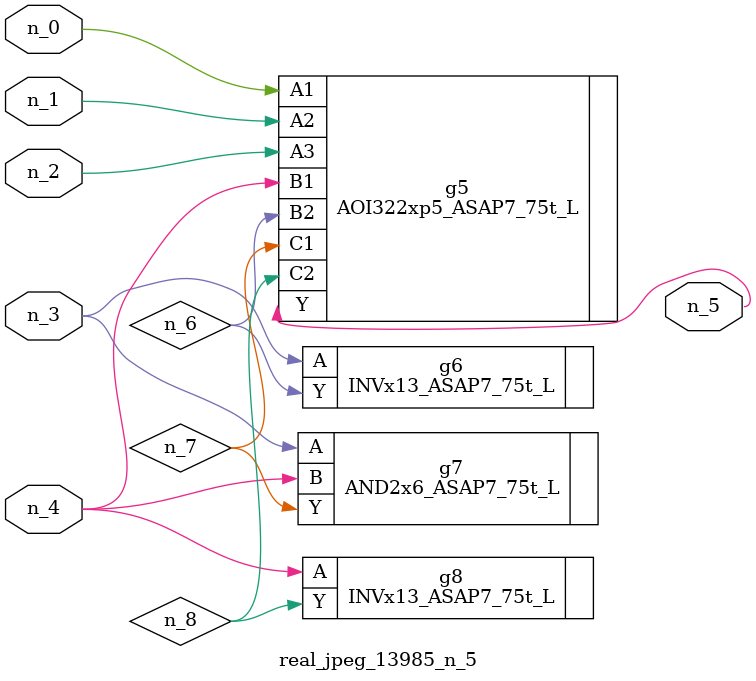
<source format=v>
module real_jpeg_13985_n_5 (n_4, n_0, n_1, n_2, n_3, n_5);

input n_4;
input n_0;
input n_1;
input n_2;
input n_3;

output n_5;

wire n_8;
wire n_6;
wire n_7;

AOI322xp5_ASAP7_75t_L g5 ( 
.A1(n_0),
.A2(n_1),
.A3(n_2),
.B1(n_4),
.B2(n_6),
.C1(n_7),
.C2(n_8),
.Y(n_5)
);

INVx13_ASAP7_75t_L g6 ( 
.A(n_3),
.Y(n_6)
);

AND2x6_ASAP7_75t_L g7 ( 
.A(n_3),
.B(n_4),
.Y(n_7)
);

INVx13_ASAP7_75t_L g8 ( 
.A(n_4),
.Y(n_8)
);


endmodule
</source>
